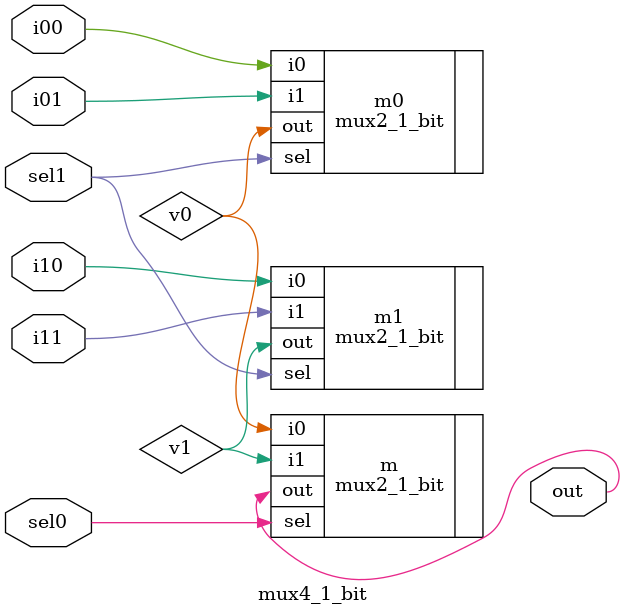
<source format=sv>
`timescale 1ns/1ps
module mux6_1(i0,i1,i2,i3,i4,i5,sel,out);
input i0,i1,i2,i3,i4,i5;
input[2:0] sel;
output out ;

logic out1;
logic out2;
mux4_1_bit Firstfour(out1, i0, i1, i2, i3, sel[1], sel[2]);
mux2_1_bit firstTwo(out2, i4, i5, sel[2]);
mux2_1_bit lastTwo(out, out1, out2, sel[0]);
endmodule



module mux4_1_bit(out, i00, i01, i10, i11, sel0, sel1);
 output logic out;
 input logic i00, i01, i10, i11, sel0, sel1;

 logic v0, v1;

 mux2_1_bit m0(.out(v0), .i0(i00), .i1(i01), .sel(sel1));
 mux2_1_bit m1(.out(v1), .i0(i10), .i1(i11), .sel(sel1));
 mux2_1_bit m(.out(out), .i0(v0), .i1(v1), .sel(sel0));
endmodule

</source>
